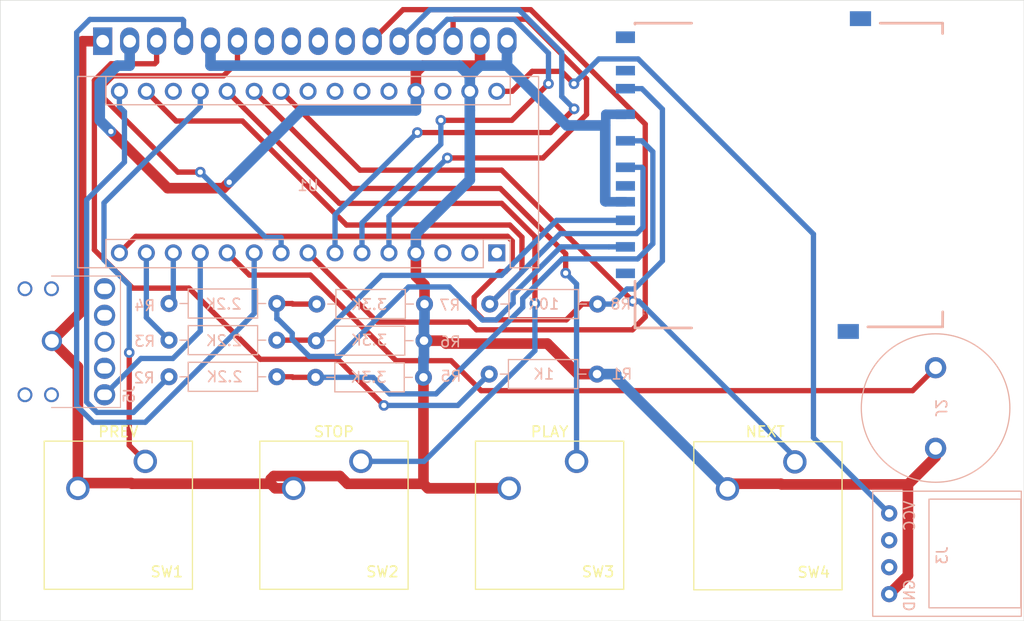
<source format=kicad_pcb>
(kicad_pcb (version 20221018) (generator pcbnew)
  (layers (0 "F.Cu" signal) (31 "B.Cu" signal) (34 "B.Paste" user) (35 "F.Paste" user) (36 "B.SilkS" user "B.Silkscreen") (37 "F.SilkS" user "F.Silkscreen") (38 "B.Mask" user) (39 "F.Mask" user) (44 "Edge.Cuts" user))
  (net 0 "")
  (net 1 "GND")
  (net 2 "+5V")
  (net 3 "CS")
  (net 4 "MOSI")
  (net 5 "MISO")
  (net 6 "SCK")
  (net 7 "+3.3V")
  (net 8 "Net-(U2-VO)")
  (net 16 "D9")
  (net 17 "D8")
  (net 18 "A0")
  (net 19 "A1")
  (net 20 "A2")
  (net 21 "A3")
  (net 22 "D7")
  (net 23 "D6")
  (net 24 "D5")
  (net 25 "D4")
  (net 26 "D3")
  (net 27 "D2")
  (net 34 "Net-(J1-CD{slash}DAT3)")
  (net 35 "Net-(J1-CMD)")
  (net 36 "Net-(J1-CLK)")
  (net 40 "Net-(J3-Pin_1)")
  (footprint "Button_Switch_Keyboard:SW_Cherry_MX_1.00u_PCB" (layer "F.Cu") (at 161.6964 109.2708)
    (fp_text reference "SW4" (at 1.778 10.414) (layer "F.SilkS"))
    (fp_text value "CHERRY MX")
    (fp_line (start -9.525 -1.905) (end 4.445 -1.905) (stroke (width 0.12)) (layer "F.SilkS"))
    (fp_line (start -9.525 12.065) (end -9.525 -1.905) (stroke (width 0.12)) (layer "F.SilkS"))
    (fp_line (start 4.445 -1.905) (end 4.445 12.065) (stroke (width 0.12)) (layer "F.SilkS"))
    (fp_line (start 4.445 12.065) (end -9.525 12.065) (stroke (width 0.12)) (layer "F.SilkS"))
    (pad "" np_thru_hole circle (at -7.62 5.08) (size 1.7 1.7) (drill 1.7) (layers "*.Cu" "*.Mask"))
    (pad "" np_thru_hole circle (at -2.54 5.08) (size 4 4) (drill 4) (layers "*.Cu" "*.Mask"))
    (pad "" np_thru_hole circle (at 2.54 5.08) (size 1.7 1.7) (drill 1.7) (layers "*.Cu" "*.Mask"))
    (pad "1" thru_hole circle (at 0 0) (size 2.2 2.2) (drill 1.5) (layers "*.Cu" "*.Mask") (net 21 "A3"))
    (pad "2" thru_hole circle (at -6.35 2.54) (size 2.2 2.2) (drill 1.5) (layers "*.Cu" "*.Mask") (net 1 "GND"))
  )
  (footprint "Button_Switch_Keyboard:SW_Cherry_MX_1.00u_PCB" (layer "F.Cu") (at 141.1224 109.22)
    (fp_text reference "SW3" (at 2.032 10.414) (layer "F.SilkS"))
    (fp_text value "CHERRY MX")
    (fp_line (start -9.525 -1.905) (end 4.445 -1.905) (stroke (width 0.12)) (layer "F.SilkS"))
    (fp_line (start -9.525 12.065) (end -9.525 -1.905) (stroke (width 0.12)) (layer "F.SilkS"))
    (fp_line (start 4.445 -1.905) (end 4.445 12.065) (stroke (width 0.12)) (layer "F.SilkS"))
    (fp_line (start 4.445 12.065) (end -9.525 12.065) (stroke (width 0.12)) (layer "F.SilkS"))
    (pad "" np_thru_hole circle (at -7.62 5.08) (size 1.7 1.7) (drill 1.7) (layers "*.Cu" "*.Mask"))
    (pad "" np_thru_hole circle (at -2.54 5.08) (size 4 4) (drill 4) (layers "*.Cu" "*.Mask"))
    (pad "" np_thru_hole circle (at 2.54 5.08) (size 1.7 1.7) (drill 1.7) (layers "*.Cu" "*.Mask"))
    (pad "1" thru_hole circle (at 0 0) (size 2.2 2.2) (drill 1.5) (layers "*.Cu" "*.Mask") (net 20 "A2"))
    (pad "2" thru_hole circle (at -6.35 2.54) (size 2.2 2.2) (drill 1.5) (layers "*.Cu" "*.Mask") (net 1 "GND"))
  )
  (footprint "Button_Switch_Keyboard:SW_Cherry_MX_1.00u_PCB" (layer "F.Cu") (at 120.8024 109.22)
    (fp_text reference "SW2" (at 2.032 10.414) (layer "F.SilkS"))
    (fp_text value "CHERRY MX")
    (fp_line (start -9.525 -1.905) (end 4.445 -1.905) (stroke (width 0.12)) (layer "F.SilkS"))
    (fp_line (start -9.525 12.065) (end -9.525 -1.905) (stroke (width 0.12)) (layer "F.SilkS"))
    (fp_line (start 4.445 -1.905) (end 4.445 12.065) (stroke (width 0.12)) (layer "F.SilkS"))
    (fp_line (start 4.445 12.065) (end -9.525 12.065) (stroke (width 0.12)) (layer "F.SilkS"))
    (pad "" np_thru_hole circle (at -7.62 5.08) (size 1.7 1.7) (drill 1.7) (layers "*.Cu" "*.Mask"))
    (pad "" np_thru_hole circle (at -2.54 5.08) (size 4 4) (drill 4) (layers "*.Cu" "*.Mask"))
    (pad "" np_thru_hole circle (at 2.54 5.08) (size 1.7 1.7) (drill 1.7) (layers "*.Cu" "*.Mask"))
    (pad "1" thru_hole circle (at 0 0) (size 2.2 2.2) (drill 1.5) (layers "*.Cu" "*.Mask") (net 19 "A1"))
    (pad "2" thru_hole circle (at -6.35 2.54) (size 2.2 2.2) (drill 1.5) (layers "*.Cu" "*.Mask") (net 1 "GND"))
  )
  (footprint "Button_Switch_Keyboard:SW_Cherry_MX_1.00u_PCB" (layer "F.Cu") (at 100.4824 109.22)
    (fp_text reference "SW1" (at 2.032 10.414) (layer "F.SilkS"))
    (fp_text value "CHERRY MX")
    (fp_line (start -9.525 -1.905) (end 4.445 -1.905) (stroke (width 0.12)) (layer "F.SilkS"))
    (fp_line (start -9.525 12.065) (end -9.525 -1.905) (stroke (width 0.12)) (layer "F.SilkS"))
    (fp_line (start 4.445 -1.905) (end 4.445 12.065) (stroke (width 0.12)) (layer "F.SilkS"))
    (fp_line (start 4.445 12.065) (end -9.525 12.065) (stroke (width 0.12)) (layer "F.SilkS"))
    (pad "" np_thru_hole circle (at -7.62 5.08) (size 1.7 1.7) (drill 1.7) (layers "*.Cu" "*.Mask"))
    (pad "" np_thru_hole circle (at -2.54 5.08) (size 4 4) (drill 4) (layers "*.Cu" "*.Mask"))
    (pad "" np_thru_hole circle (at 2.54 5.08) (size 1.7 1.7) (drill 1.7) (layers "*.Cu" "*.Mask"))
    (pad "1" thru_hole circle (at 0 0) (size 2.2 2.2) (drill 1.5) (layers "*.Cu" "*.Mask") (net 18 "A0"))
    (pad "2" thru_hole circle (at -6.35 2.54) (size 2.2 2.2) (drill 1.5) (layers "*.Cu" "*.Mask") (net 1 "GND"))
  )
  (footprint "TZXDuino:LCD1602" (layer "F.Cu") (at 96.4692 69.596)
    (fp_text reference "U2" hide)
    (fp_text value "LCD 1602")
    (pad "1" thru_hole rect (at 0 0) (size 1.8 2.6) (drill 1.2) (layers "*.Cu" "*.Mask") (net 1 "GND"))
    (pad "2" thru_hole oval (at 2.54 0) (size 1.8 2.6) (drill 1.2) (layers "*.Cu" "*.Mask") (net 2 "+5V"))
    (pad "3" thru_hole oval (at 5.08 0) (size 1.8 2.6) (drill 1.2) (layers "*.Cu" "*.Mask") (net 8 "Net-(U2-VO)"))
    (pad "4" thru_hole oval (at 7.62 0) (size 1.8 2.6) (drill 1.2) (layers "*.Cu" "*.Mask") (net 22 "D7"))
    (pad "5" thru_hole oval (at 10.16 0) (size 1.8 2.6) (drill 1.2) (layers "*.Cu" "*.Mask") (net 1 "GND"))
    (pad "6" thru_hole oval (at 12.7 0) (size 1.8 2.6) (drill 1.2) (layers "*.Cu" "*.Mask") (net 23 "D6"))
    (pad "7" thru_hole oval (at 15.24 0) (size 1.8 2.6) (drill 1.2) (layers "*.Cu" "*.Mask"))
    (pad "8" thru_hole oval (at 17.78 0) (size 1.8 2.6) (drill 1.2) (layers "*.Cu" "*.Mask"))
    (pad "9" thru_hole oval (at 20.32 0) (size 1.8 2.6) (drill 1.2) (layers "*.Cu" "*.Mask"))
    (pad "10" thru_hole oval (at 22.86 0) (size 1.8 2.6) (drill 1.2) (layers "*.Cu" "*.Mask"))
    (pad "11" thru_hole oval (at 25.4 0) (size 1.8 2.6) (drill 1.2) (layers "*.Cu" "*.Mask") (net 24 "D5"))
    (pad "12" thru_hole oval (at 27.94 0) (size 1.8 2.6) (drill 1.2) (layers "*.Cu" "*.Mask") (net 25 "D4"))
    (pad "13" thru_hole oval (at 30.48 0) (size 1.8 2.6) (drill 1.2) (layers "*.Cu" "*.Mask") (net 26 "D3"))
    (pad "14" thru_hole oval (at 33.02 0) (size 1.8 2.6) (drill 1.2) (layers "*.Cu" "*.Mask") (net 27 "D2"))
    (pad "15" thru_hole oval (at 35.56 0) (size 1.8 2.6) (drill 1.2) (layers "*.Cu" "*.Mask") (net 2 "+5V"))
    (pad "16" thru_hole oval (at 38.1 0) (size 1.8 2.6) (drill 1.2) (layers "*.Cu" "*.Mask") (net 1 "GND"))
  )
  (footprint "Module:Arduino_Nano" (layer "B.Cu") (at 133.604 89.5604 90)
    (fp_text reference "U1" (at 6.35 -17.78 -360) (layer "B.SilkS") (effects (justify mirror)))
    (fp_text value "ARDUINO NANO")
    (fp_line (start -1.4 -39.5) (end 16.64 -39.5) (stroke (width 0.12)) (layer "B.SilkS"))
    (fp_line (start -1.4 -1.27) (end -1.4 -39.5) (stroke (width 0.12)) (layer "B.SilkS"))
    (fp_line (start -1.4 3.94) (end -1.4 1.27) (stroke (width 0.12)) (layer "B.SilkS"))
    (fp_line (start 1.27 -36.83) (end -1.4 -36.83) (stroke (width 0.12)) (layer "B.SilkS"))
    (fp_line (start 1.27 -1.27) (end -1.4 -1.27) (stroke (width 0.12)) (layer "B.SilkS"))
    (fp_line (start 1.27 -1.27) (end 1.27 -36.83) (stroke (width 0.12)) (layer "B.SilkS"))
    (fp_line (start 1.27 -1.27) (end 1.27 1.27) (stroke (width 0.12)) (layer "B.SilkS"))
    (fp_line (start 1.27 1.27) (end -1.4 1.27) (stroke (width 0.12)) (layer "B.SilkS"))
    (fp_line (start 13.97 -36.83) (end 16.64 -36.83) (stroke (width 0.12)) (layer "B.SilkS"))
    (fp_line (start 13.97 1.27) (end 13.97 -36.83) (stroke (width 0.12)) (layer "B.SilkS"))
    (fp_line (start 13.97 1.27) (end 16.64 1.27) (stroke (width 0.12)) (layer "B.SilkS"))
    (fp_line (start 16.64 -39.5) (end 16.64 3.94) (stroke (width 0.12)) (layer "B.SilkS"))
    (fp_line (start 16.64 3.94) (end -1.4 3.94) (stroke (width 0.12)) (layer "B.SilkS"))
    (pad "1" thru_hole rect (at 0 0 90) (size 1.6 1.6) (drill 1) (layers "*.Cu" "*.Mask"))
    (pad "2" thru_hole oval (at 0 -2.54 90) (size 1.6 1.6) (drill 1) (layers "*.Cu" "*.Mask"))
    (pad "3" thru_hole oval (at 0 -5.08 90) (size 1.6 1.6) (drill 1) (layers "*.Cu" "*.Mask"))
    (pad "4" thru_hole oval (at 0 -7.62 90) (size 1.6 1.6) (drill 1) (layers "*.Cu" "*.Mask") (net 1 "GND"))
    (pad "5" thru_hole oval (at 0 -10.16 90) (size 1.6 1.6) (drill 1) (layers "*.Cu" "*.Mask") (net 27 "D2"))
    (pad "6" thru_hole oval (at 0 -12.7 90) (size 1.6 1.6) (drill 1) (layers "*.Cu" "*.Mask") (net 26 "D3"))
    (pad "7" thru_hole oval (at 0 -15.24 90) (size 1.6 1.6) (drill 1) (layers "*.Cu" "*.Mask") (net 25 "D4"))
    (pad "8" thru_hole oval (at 0 -17.78 90) (size 1.6 1.6) (drill 1) (layers "*.Cu" "*.Mask") (net 24 "D5"))
    (pad "9" thru_hole oval (at 0 -20.32 90) (size 1.6 1.6) (drill 1) (layers "*.Cu" "*.Mask") (net 23 "D6"))
    (pad "10" thru_hole oval (at 0 -22.86 90) (size 1.6 1.6) (drill 1) (layers "*.Cu" "*.Mask") (net 22 "D7"))
    (pad "11" thru_hole oval (at 0 -25.4 90) (size 1.6 1.6) (drill 1) (layers "*.Cu" "*.Mask") (net 17 "D8"))
    (pad "12" thru_hole oval (at 0 -27.94 90) (size 1.6 1.6) (drill 1) (layers "*.Cu" "*.Mask") (net 16 "D9"))
    (pad "13" thru_hole oval (at 0 -30.48 90) (size 1.6 1.6) (drill 1) (layers "*.Cu" "*.Mask") (net 3 "CS"))
    (pad "14" thru_hole oval (at 0 -33.02 90) (size 1.6 1.6) (drill 1) (layers "*.Cu" "*.Mask") (net 4 "MOSI"))
    (pad "15" thru_hole oval (at 0 -35.56 90) (size 1.6 1.6) (drill 1) (layers "*.Cu" "*.Mask") (net 5 "MISO"))
    (pad "16" thru_hole oval (at 15.24 -35.56 90) (size 1.6 1.6) (drill 1) (layers "*.Cu" "*.Mask") (net 6 "SCK"))
    (pad "17" thru_hole oval (at 15.24 -33.02 90) (size 1.6 1.6) (drill 1) (layers "*.Cu" "*.Mask") (net 7 "+3.3V"))
    (pad "18" thru_hole oval (at 15.24 -30.48 90) (size 1.6 1.6) (drill 1) (layers "*.Cu" "*.Mask"))
    (pad "19" thru_hole oval (at 15.24 -27.94 90) (size 1.6 1.6) (drill 1) (layers "*.Cu" "*.Mask") (net 18 "A0"))
    (pad "20" thru_hole oval (at 15.24 -25.4 90) (size 1.6 1.6) (drill 1) (layers "*.Cu" "*.Mask") (net 19 "A1"))
    (pad "21" thru_hole oval (at 15.24 -22.86 90) (size 1.6 1.6) (drill 1) (layers "*.Cu" "*.Mask") (net 20 "A2"))
    (pad "22" thru_hole oval (at 15.24 -20.32 90) (size 1.6 1.6) (drill 1) (layers "*.Cu" "*.Mask") (net 21 "A3"))
    (pad "23" thru_hole oval (at 15.24 -17.78 90) (size 1.6 1.6) (drill 1) (layers "*.Cu" "*.Mask"))
    (pad "24" thru_hole oval (at 15.24 -15.24 90) (size 1.6 1.6) (drill 1) (layers "*.Cu" "*.Mask"))
    (pad "25" thru_hole oval (at 15.24 -12.7 90) (size 1.6 1.6) (drill 1) (layers "*.Cu" "*.Mask"))
    (pad "26" thru_hole oval (at 15.24 -10.16 90) (size 1.6 1.6) (drill 1) (layers "*.Cu" "*.Mask"))
    (pad "27" thru_hole oval (at 15.24 -7.62 90) (size 1.6 1.6) (drill 1) (layers "*.Cu" "*.Mask") (net 2 "+5V"))
    (pad "28" thru_hole oval (at 15.24 -5.08 90) (size 1.6 1.6) (drill 1) (layers "*.Cu" "*.Mask"))
    (pad "29" thru_hole oval (at 15.24 -2.54 90) (size 1.6 1.6) (drill 1) (layers "*.Cu" "*.Mask") (net 1 "GND"))
    (pad "30" thru_hole oval (at 15.24 0 90) (size 1.6 1.6) (drill 1) (layers "*.Cu" "*.Mask") (net 40 "Net-(J3-Pin_1)"))
  )
  (footprint "Resistor_THT:R_Axial_DIN0207_L6.3mm_D2.5mm_P10.16mm_Horizontal" (layer "B.Cu") (at 102.7176 94.3356)
    (fp_text reference "R4" (at -2.286 0.2032) (layer "B.SilkS") (effects (justify mirror)))
    (fp_text value "2.2K" (at 5.1308 0.0508) (layer "B.SilkS") (effects (justify mirror)))
    (fp_line (start 1.04 0) (end 1.81 0) (stroke (width 0.12)) (layer "B.SilkS"))
    (fp_line (start 1.81 -1.37) (end 8.35 -1.37) (stroke (width 0.12)) (layer "B.SilkS"))
    (fp_line (start 1.81 1.37) (end 1.81 -1.37) (stroke (width 0.12)) (layer "B.SilkS"))
    (fp_line (start 8.35 -1.37) (end 8.35 1.37) (stroke (width 0.12)) (layer "B.SilkS"))
    (fp_line (start 8.35 1.37) (end 1.81 1.37) (stroke (width 0.12)) (layer "B.SilkS"))
    (fp_line (start 9.12 0) (end 8.35 0) (stroke (width 0.12)) (layer "B.SilkS"))
    (pad "1" thru_hole circle (at 0 0) (size 1.6 1.6) (drill 0.8) (layers "*.Cu" "*.Mask") (net 3 "CS"))
    (pad "2" thru_hole oval (at 10.16 0) (size 1.6 1.6) (drill 0.8) (layers "*.Cu" "*.Mask") (net 34 "Net-(J1-CD{slash}DAT3)"))
  )
  (footprint "TZXduino_beta:USB-C Power board" (layer "B.Cu") (at 176.6824 117.9576 -90)
    (fp_text reference "J3" (at 0.1274 1.1072 90 unlocked) (layer "B.SilkS") (effects (justify mirror)))
    (fp_text value "Conn_01x04_Pin")
    (fp_text user "VCC" (at -5.125 3.6 90 unlocked) (layer "B.SilkS") (effects (justify left bottom mirror)))
    (fp_text user "GND" (at 2.275 3.6 90 unlocked) (layer "B.SilkS") (effects (justify left bottom mirror)))
    (fp_rect (start -5.925 7.65) (end 5.875 -6.35) (stroke (width 0.12)) (fill none) (layer "B.SilkS"))
    (fp_rect (start -5.175 -6.3) (end 5.075 2.35) (stroke (width 0.12)) (fill none) (layer "B.SilkS"))
    (pad "1" thru_hole circle (at -3.835 6.1 270) (size 1.524 1.524) (drill 0.8) (layers "*.Cu" "*.Mask") (net 40 "Net-(J3-Pin_1)"))
    (pad "2" thru_hole circle (at -1.295 6.1 270) (size 1.524 1.524) (drill 0.8) (layers "*.Cu" "*.Mask"))
    (pad "3" thru_hole circle (at 1.245 6.1 270) (size 1.524 1.524) (drill 0.8) (layers "*.Cu" "*.Mask"))
    (pad "4" thru_hole circle (at 3.785 6.1 270) (size 1.524 1.524) (drill 0.8) (layers "*.Cu" "*.Mask") (net 1 "GND"))
  )
  (footprint "Resistor_THT:R_Axial_DIN0207_L6.3mm_D2.5mm_P10.16mm_Horizontal" (layer "B.Cu") (at 116.6368 94.3864)
    (fp_text reference "R7" (at 12.5476 0.1016) (layer "B.SilkS") (effects (justify mirror)))
    (fp_text value "3.3K" (at 4.9276 0.0508) (layer "B.SilkS") (effects (justify mirror)))
    (fp_line (start 1.04 0) (end 1.81 0) (stroke (width 0.12)) (layer "B.SilkS"))
    (fp_line (start 1.81 -1.37) (end 8.35 -1.37) (stroke (width 0.12)) (layer "B.SilkS"))
    (fp_line (start 1.81 1.37) (end 1.81 -1.37) (stroke (width 0.12)) (layer "B.SilkS"))
    (fp_line (start 8.35 -1.37) (end 8.35 1.37) (stroke (width 0.12)) (layer "B.SilkS"))
    (fp_line (start 8.35 1.37) (end 1.81 1.37) (stroke (width 0.12)) (layer "B.SilkS"))
    (fp_line (start 9.12 0) (end 8.35 0) (stroke (width 0.12)) (layer "B.SilkS"))
    (pad "1" thru_hole circle (at 0 0) (size 1.6 1.6) (drill 0.8) (layers "*.Cu" "*.Mask") (net 34 "Net-(J1-CD{slash}DAT3)"))
    (pad "2" thru_hole oval (at 10.16 0) (size 1.6 1.6) (drill 0.8) (layers "*.Cu" "*.Mask") (net 1 "GND"))
  )
  (footprint "Resistor_THT:R_Axial_DIN0207_L6.3mm_D2.5mm_P10.16mm_Horizontal" (layer "B.Cu") (at 116.586 97.8408)
    (fp_text reference "R6" (at 12.6492 0.1016) (layer "B.SilkS") (effects (justify mirror)))
    (fp_text value "3.3K" (at 4.9784 -0.0508) (layer "B.SilkS") (effects (justify mirror)))
    (fp_line (start 1.04 0) (end 1.81 0) (stroke (width 0.12)) (layer "B.SilkS"))
    (fp_line (start 1.81 -1.37) (end 8.35 -1.37) (stroke (width 0.12)) (layer "B.SilkS"))
    (fp_line (start 1.81 1.37) (end 1.81 -1.37) (stroke (width 0.12)) (layer "B.SilkS"))
    (fp_line (start 8.35 -1.37) (end 8.35 1.37) (stroke (width 0.12)) (layer "B.SilkS"))
    (fp_line (start 8.35 1.37) (end 1.81 1.37) (stroke (width 0.12)) (layer "B.SilkS"))
    (fp_line (start 9.12 0) (end 8.35 0) (stroke (width 0.12)) (layer "B.SilkS"))
    (pad "1" thru_hole circle (at 0 0) (size 1.6 1.6) (drill 0.8) (layers "*.Cu" "*.Mask") (net 35 "Net-(J1-CMD)"))
    (pad "2" thru_hole oval (at 10.16 0) (size 1.6 1.6) (drill 0.8) (layers "*.Cu" "*.Mask") (net 1 "GND"))
  )
  (footprint "TZXduino_beta:Speaker" (layer "B.Cu") (at 174.9552 104.1908 90)
    (fp_text reference "J2" (at 0 0.5 270 unlocked) (layer "B.SilkS") (effects (justify mirror)))
    (fp_text value "SPEAKER")
    (fp_circle (center 0 0) (end 7 0) (stroke (width 0.12)) (fill none) (layer "B.SilkS"))
    (pad "1" thru_hole circle (at -3.8 0 90) (size 2 2) (drill 1.2) (layers "*.Cu" "*.Mask") (net 1 "GND"))
    (pad "2" thru_hole circle (at 3.8 0 90) (size 2 2) (drill 1.2) (layers "*.Cu" "*.Mask") (net 17 "D8"))
  )
  (footprint "TZXduino_beta:audiojack_5_pin" (layer "B.Cu") (at 89.1446 102.9424)
    (fp_text reference "J5" (at 9.825 -0.05 90 unlocked) (layer "B.SilkS") (effects (justify mirror)))
    (fp_text value "Jack_3.5mm_5pin")
    (fp_line (start 2.5 -11.2) (end 9 -11.2) (stroke (width 0.1)) (layer "B.SilkS"))
    (fp_line (start 2.5 1.2) (end 9 1.2) (stroke (width 0.1)) (layer "B.SilkS"))
    (fp_line (start 9 1.2) (end 9 -11.2) (stroke (width 0.1)) (layer "B.SilkS"))
    (pad "" thru_hole circle (at 0 -10) (size 1.4 1.4) (drill 1) (layers "*.Cu" "*.Mask"))
    (pad "" thru_hole circle (at 0 0) (size 1.4 1.4) (drill 1) (layers "*.Cu" "*.Mask"))
    (pad "" thru_hole circle (at 2.5 -10) (size 1.4 1.4) (drill 1) (layers "*.Cu" "*.Mask"))
    (pad "" thru_hole circle (at 2.5 0) (size 1.4 1.4) (drill 1) (layers "*.Cu" "*.Mask"))
    (pad "" thru_hole circle (at 7.5 -7.5) (size 2 2) (drill oval 1.4 1) (layers "*.Cu" "*.Mask"))
    (pad "" thru_hole circle (at 7.5 -5) (size 1.9 1.9) (drill 1.3) (layers "*.Cu" "*.Mask"))
    (pad "" thru_hole circle (at 7.5 -2.5) (size 2 2) (drill oval 1.4 1) (layers "*.Cu" "*.Mask"))
    (pad "1" thru_hole circle (at 7.5 0) (size 2 2) (drill oval 1.4 1) (layers "*.Cu" "*.Mask") (net 16 "D9"))
    (pad "2" thru_hole circle (at 2.54 -5.08) (size 1.9 1.9) (drill 1.3) (layers "*.Cu" "*.Mask") (net 1 "GND"))
    (pad "3" thru_hole circle (at 7.5 -10) (size 2 2) (drill oval 1.4 1) (layers "*.Cu" "*.Mask"))
  )
  (footprint "TZXduino_beta:SDCARD_4UCONN" (layer "B.Cu") (at 146.7276 82.2208)
    (fp_text reference "J1" (at 0.54 12.94) (layer "B.SilkS") (effects (font (size 0.376489 0.376489) (thickness 0.029911)) (justify right mirror)))
    (fp_text value "SD_Card")
    (fp_line (start -0.095 -14.327) (end 5.239 -14.327) (stroke (width 0.254)) (layer "B.SilkS"))
    (fp_line (start -0.095 -14.238) (end -0.095 -14.327) (stroke (width 0.254)) (layer "B.SilkS"))
    (fp_line (start -0.095 10.019) (end -0.095 14.418) (stroke (width 0.254)) (layer "B.SilkS"))
    (fp_line (start -0.095 14.418) (end 5.239 14.418) (stroke (width 0.254)) (layer "B.SilkS"))
    (fp_line (start 21.849 14.318) (end 28.888 14.318) (stroke (width 0.254)) (layer "B.SilkS"))
    (fp_line (start 23.011 -14.327) (end 28.888 -14.327) (stroke (width 0.254)) (layer "B.SilkS"))
    (fp_line (start 28.888 -14.327) (end 28.888 -13.349) (stroke (width 0.254)) (layer "B.SilkS"))
    (fp_line (start 28.888 14.318) (end 28.9 12.9) (stroke (width 0.254)) (layer "B.SilkS"))
    (pad "" np_thru_hole circle (at 23.3 -12.32) (size 1.55 1.55) (drill 1.55) (layers "*.Cu" "*.Mask"))
    (pad "" np_thru_hole circle (at 23.3 11.94) (size 1.55 1.55) (drill 1.55) (layers "*.Cu" "*.Mask"))
    (pad "1" smd rect (at -1 6.77) (size 1.8 0.9) (layers "B.Cu" "B.Paste" "B.Mask") (net 34 "Net-(J1-CD{slash}DAT3)"))
    (pad "2" smd rect (at -1 4.27) (size 1.8 0.9) (layers "B.Cu" "B.Paste" "B.Mask") (net 35 "Net-(J1-CMD)"))
    (pad "3" smd rect (at -1 2.52) (size 1.8 0.9) (layers "B.Cu" "B.Paste" "B.Mask") (net 1 "GND"))
    (pad "4" smd rect (at -1 -0.73) (size 1.8 0.9) (layers "B.Cu" "B.Paste" "B.Mask") (net 7 "+3.3V"))
    (pad "5" smd rect (at -1 -3.23) (size 1.8 0.9) (layers "B.Cu" "B.Paste" "B.Mask") (net 36 "Net-(J1-CLK)"))
    (pad "6" smd rect (at -1 -5.73) (size 1.8 0.9) (layers "B.Cu" "B.Paste" "B.Mask") (net 1 "GND"))
    (pad "7" smd rect (at -1 -8.15) (size 1.8 0.9) (layers "B.Cu" "B.Paste" "B.Mask") (net 5 "MISO"))
    (pad "8" smd rect (at -1 -9.85) (size 1.8 0.9) (layers "B.Cu" "B.Paste" "B.Mask"))
    (pad "9" smd rect (at -1 9.27) (size 1.8 0.9) (layers "B.Cu" "B.Paste" "B.Mask"))
    (pad "CD" smd rect (at -1 1.02) (size 1.8 0.9) (layers "B.Cu" "B.Paste" "B.Mask"))
    (pad "SH@1" smd rect (at 20 14.75) (size 2 1.4) (layers "B.Cu" "B.Paste" "B.Mask"))
    (pad "SH@2" smd rect (at 21.15 -14.75) (size 2 1.4) (layers "B.Cu" "B.Paste" "B.Mask"))
    (pad "WP" smd rect (at -1 -13) (size 1.8 1.1) (layers "B.Cu" "B.Paste" "B.Mask"))
  )
  (footprint "Resistor_THT:R_Axial_DIN0207_L6.3mm_D2.5mm_P10.16mm_Horizontal" (layer "B.Cu") (at 132.9436 94.3864)
    (fp_text reference "R8" (at 12.3444 0 -360) (layer "B.SilkS") (effects (justify mirror)))
    (fp_text value "10K" (at 5.08 0) (layer "B.SilkS") (effects (justify mirror)))
    (fp_line (start 1.04 0) (end 1.81 0) (stroke (width 0.12)) (layer "B.SilkS"))
    (fp_line (start 1.81 -1.37) (end 8.35 -1.37) (stroke (width 0.12)) (layer "B.SilkS"))
    (fp_line (start 1.81 1.37) (end 1.81 -1.37) (stroke (width 0.12)) (layer "B.SilkS"))
    (fp_line (start 8.35 -1.37) (end 8.35 1.37) (stroke (width 0.12)) (layer "B.SilkS"))
    (fp_line (start 8.35 1.37) (end 1.81 1.37) (stroke (width 0.12)) (layer "B.SilkS"))
    (fp_line (start 9.12 0) (end 8.35 0) (stroke (width 0.12)) (layer "B.SilkS"))
    (pad "1" thru_hole circle (at 0 0) (size 1.6 1.6) (drill 0.8) (layers "*.Cu" "*.Mask") (net 7 "+3.3V"))
    (pad "2" thru_hole oval (at 10.16 0) (size 1.6 1.6) (drill 0.8) (layers "*.Cu" "*.Mask") (net 5 "MISO"))
  )
  (footprint "Resistor_THT:R_Axial_DIN0207_L6.3mm_D2.5mm_P10.16mm_Horizontal" (layer "B.Cu") (at 102.7176 101.2444)
    (fp_text reference "R2" (at -2.3368 0.1016) (layer "B.SilkS") (effects (justify mirror)))
    (fp_text value "2.2K" (at 5.2324 0) (layer "B.SilkS") (effects (justify mirror)))
    (fp_line (start 1.04 0) (end 1.81 0) (stroke (width 0.12)) (layer "B.SilkS"))
    (fp_line (start 1.81 -1.37) (end 8.35 -1.37) (stroke (width 0.12)) (layer "B.SilkS"))
    (fp_line (start 1.81 1.37) (end 1.81 -1.37) (stroke (width 0.12)) (layer "B.SilkS"))
    (fp_line (start 8.35 -1.37) (end 8.35 1.37) (stroke (width 0.12)) (layer "B.SilkS"))
    (fp_line (start 8.35 1.37) (end 1.81 1.37) (stroke (width 0.12)) (layer "B.SilkS"))
    (fp_line (start 9.12 0) (end 8.35 0) (stroke (width 0.12)) (layer "B.SilkS"))
    (pad "1" thru_hole circle (at 0 0) (size 1.6 1.6) (drill 0.8) (layers "*.Cu" "*.Mask") (net 6 "SCK"))
    (pad "2" thru_hole oval (at 10.16 0) (size 1.6 1.6) (drill 0.8) (layers "*.Cu" "*.Mask") (net 36 "Net-(J1-CLK)"))
  )
  (footprint "Resistor_THT:R_Axial_DIN0207_L6.3mm_D2.5mm_P10.16mm_Horizontal" (layer "B.Cu") (at 116.5352 101.2952)
    (fp_text reference "R5" (at 12.7508 -0.1016 -360) (layer "B.SilkS") (effects (justify mirror)))
    (fp_text value "3.3K" (at 4.9784 0) (layer "B.SilkS") (effects (justify mirror)))
    (fp_line (start 1.04 0) (end 1.81 0) (stroke (width 0.12)) (layer "B.SilkS"))
    (fp_line (start 1.81 -1.37) (end 8.35 -1.37) (stroke (width 0.12)) (layer "B.SilkS"))
    (fp_line (start 1.81 1.37) (end 1.81 -1.37) (stroke (width 0.12)) (layer "B.SilkS"))
    (fp_line (start 8.35 -1.37) (end 8.35 1.37) (stroke (width 0.12)) (layer "B.SilkS"))
    (fp_line (start 8.35 1.37) (end 1.81 1.37) (stroke (width 0.12)) (layer "B.SilkS"))
    (fp_line (start 9.12 0) (end 8.35 0) (stroke (width 0.12)) (layer "B.SilkS"))
    (pad "1" thru_hole circle (at 0 0) (size 1.6 1.6) (drill 0.8) (layers "*.Cu" "*.Mask") (net 36 "Net-(J1-CLK)"))
    (pad "2" thru_hole oval (at 10.16 0) (size 1.6 1.6) (drill 0.8) (layers "*.Cu" "*.Mask") (net 1 "GND"))
  )
  (footprint "Resistor_THT:R_Axial_DIN0207_L6.3mm_D2.5mm_P10.16mm_Horizontal" (layer "B.Cu") (at 102.7176 97.79)
    (fp_text reference "R3" (at -2.286 0.1016) (layer "B.SilkS") (effects (justify mirror)))
    (fp_text value "2.2K" (at 5.1816 0.0508) (layer "B.SilkS") (effects (justify mirror)))
    (fp_line (start 1.04 0) (end 1.81 0) (stroke (width 0.12)) (layer "B.SilkS"))
    (fp_line (start 1.81 -1.37) (end 8.35 -1.37) (stroke (width 0.12)) (layer "B.SilkS"))
    (fp_line (start 1.81 1.37) (end 1.81 -1.37) (stroke (width 0.12)) (layer "B.SilkS"))
    (fp_line (start 8.35 -1.37) (end 8.35 1.37) (stroke (width 0.12)) (layer "B.SilkS"))
    (fp_line (start 8.35 1.37) (end 1.81 1.37) (stroke (width 0.12)) (layer "B.SilkS"))
    (fp_line (start 9.12 0) (end 8.35 0) (stroke (width 0.12)) (layer "B.SilkS"))
    (pad "1" thru_hole circle (at 0 0) (size 1.6 1.6) (drill 0.8) (layers "*.Cu" "*.Mask") (net 4 "MOSI"))
    (pad "2" thru_hole oval (at 10.16 0) (size 1.6 1.6) (drill 0.8) (layers "*.Cu" "*.Mask") (net 35 "Net-(J1-CMD)"))
  )
  (footprint "Resistor_THT:R_Axial_DIN0207_L6.3mm_D2.5mm_P10.16mm_Horizontal" (layer "B.Cu") (at 132.8928 100.9904)
    (fp_text reference "R1" (at 12.4968 0) (layer "B.SilkS") (effects (justify mirror)))
    (fp_text value "1K" (at 5.1308 0) (layer "B.SilkS") (effects (justify mirror)))
    (fp_line (start 1.04 0) (end 1.81 0) (stroke (width 0.12)) (layer "B.SilkS"))
    (fp_line (start 1.81 -1.37) (end 8.35 -1.37) (stroke (width 0.12)) (layer "B.SilkS"))
    (fp_line (start 1.81 1.37) (end 1.81 -1.37) (stroke (width 0.12)) (layer "B.SilkS"))
    (fp_line (start 8.35 -1.37) (end 8.35 1.37) (stroke (width 0.12)) (layer "B.SilkS"))
    (fp_line (start 8.35 1.37) (end 1.81 1.37) (stroke (width 0.12)) (layer "B.SilkS"))
    (fp_line (start 9.12 0) (end 8.35 0) (stroke (width 0.12)) (layer "B.SilkS"))
    (pad "1" thru_hole circle (at 0 0) (size 1.6 1.6) (drill 0.8) (layers "*.Cu" "*.Mask") (net 8 "Net-(U2-VO)"))
    (pad "2" thru_hole oval (at 10.16 0) (size 1.6 1.6) (drill 0.8) (layers "*.Cu" "*.Mask") (net 1 "GND"))
  )
  (gr_rect (start 86.8172 65.7352) (end 183.2864 124.2568) (stroke (width 0.05)) (fill none) (layer "Edge.Cuts"))
  (gr_text "PREV" (at 97.9424 106.426) (layer "F.SilkS") (effects (font (size 1 1))))
  (gr_text "STOP" (at 118.2624 106.426) (layer "F.SilkS") (effects (font (size 1 1))))
  (gr_text "PLAY" (at 138.5824 106.426) (layer "F.SilkS") (effects (font (size 1 1))))
  (gr_text "NEXT" (at 158.9024 106.426) (layer "F.SilkS") (effects (font (size 1 1))))
  (segment (start 94.1324 100.3102) (end 94.1324 111.2692) (width 1) (layer "F.Cu") (net 1))
  (segment (start 160.4473 111.3963) (end 172.3494 111.3963) (width 1) (layer "F.Cu") (net 1))
  (segment (start 172.3494 119.9756) (end 170.5824 121.7426) (width 1) (layer "F.Cu") (net 1))
  (segment (start 94.1324 111.2692) (end 99.157 111.2692) (width 1) (layer "F.Cu") (net 1))
  (segment (start 99.2183 111.3305) (end 112.3031 111.3305) (width 1) (layer "F.Cu") (net 1))
  (segment (start 128.5479 97.8408) (end 128.8216 98.1145) (width 1) (layer "F.Cu") (net 1))
  (segment (start 128.8216 98.1145) (end 138.375 98.1145) (width 1) (layer "F.Cu") (net 1))
  (segment (start 94.4328 69.7305) (end 94.4328 95.1142) (width 1) (layer "F.Cu") (net 1))
  (segment (start 112.592 110.6042) (end 118.812 110.6042) (width 1) (layer "F.Cu") (net 1))
  (segment (start 174.9552 108.7905) (end 174.9552 107.9908) (width 1) (layer "F.Cu") (net 1))
  (segment (start 160.383 111.332) (end 160.4473 111.3963) (width 1) (layer "F.Cu") (net 1))
  (segment (start 155.3464 111.8108) (end 155.8252 111.332) (width 1) (layer "F.Cu") (net 1))
  (segment (start 172.3494 111.3963) (end 174.9552 108.7905) (width 1) (layer "F.Cu") (net 1))
  (segment (start 126.6952 111.3371) (end 127.1181 111.76) (width 1) (layer "F.Cu") (net 1))
  (segment (start 96.4692 69.596) (end 94.5673 69.596) (width 1) (layer "F.Cu") (net 1))
  (segment (start 94.4328 95.1142) (end 91.6846 97.8624) (width 1) (layer "F.Cu") (net 1))
  (segment (start 172.3494 111.3963) (end 172.3494 119.9756) (width 1) (layer "F.Cu") (net 1))
  (segment (start 94.1324 111.2692) (end 94.1324 111.76) (width 1) (layer "F.Cu") (net 1))
  (segment (start 91.6846 97.8624) (end 94.1324 100.3102) (width 1) (layer "F.Cu") (net 1))
  (segment (start 112.3031 111.3305) (end 112.3031 110.8931) (width 1) (layer "F.Cu") (net 1))
  (segment (start 155.8252 111.332) (end 160.383 111.332) (width 1) (layer "F.Cu") (net 1))
  (segment (start 138.375 98.1145) (end 141.2509 100.9904) (width 1) (layer "F.Cu") (net 1))
  (segment (start 112.7326 111.76) (end 112.3031 111.3305) (width 1) (layer "F.Cu") (net 1))
  (segment (start 127.1181 111.76) (end 134.7724 111.76) (width 1) (layer "F.Cu") (net 1))
  (segment (start 114.4524 111.76) (end 112.7326 111.76) (width 1) (layer "F.Cu") (net 1))
  (segment (start 94.5673 69.596) (end 94.4328 69.7305) (width 1) (layer "F.Cu") (net 1))
  (segment (start 143.0528 100.9904) (end 141.2509 100.9904) (width 1) (layer "F.Cu") (net 1))
  (segment (start 99.157 111.2692) (end 99.2183 111.3305) (width 1) (layer "F.Cu") (net 1))
  (segment (start 125.984 91.7717) (end 125.984 89.5604) (width 1) (layer "F.Cu") (net 1))
  (segment (start 112.3031 110.8931) (end 112.592 110.6042) (width 1) (layer "F.Cu") (net 1))
  (segment (start 118.812 110.6042) (end 119.5449 111.3371) (width 1) (layer "F.Cu") (net 1))
  (segment (start 126.746 97.8408) (end 128.5479 97.8408) (width 1) (layer "F.Cu") (net 1))
  (segment (start 126.7968 92.5845) (end 125.984 91.7717) (width 1) (layer "F.Cu") (net 1))
  (segment (start 126.7968 94.3864) (end 126.7968 92.5845) (width 1) (layer "F.Cu") (net 1))
  (segment (start 126.6952 101.2952) (end 126.6952 111.3371) (width 1) (layer "F.Cu") (net 1))
  (segment (start 119.5449 111.3371) (end 126.6952 111.3371) (width 1) (layer "F.Cu") (net 1))
  (segment (start 134.5692 71.8979) (end 140.2117 77.5404) (width 1) (layer "B.Cu") (net 1))
  (segment (start 145.7276 84.7408) (end 143.8758 84.7408) (width 0.8998) (layer "B.Cu") (net 1))
  (segment (start 131.064 74.3204) (end 131.064 76.1223) (width 1) (layer "B.Cu") (net 1))
  (segment (start 134.5692 71.8979) (end 132.0413 71.8979) (width 1) (layer "B.Cu") (net 1))
  (segment (start 132.0413 71.8979) (end 131.064 72.8752) (width 1) (layer "B.Cu") (net 1))
  (segment (start 130.0867 71.8979) (end 106.6292 71.8979) (width 1) (layer "B.Cu") (net 1))
  (segment (start 143.8255 77.5404) (end 143.8758 77.4901) (width 0.8998) (layer "B.Cu") (net 1))
  (segment (start 126.7968 95.9881) (end 126.7968 94.3864) (width 1) (layer "B.Cu") (net 1))
  (segment (start 106.6292 69.8527) (end 106.6292 71.8979) (width 1) (layer "B.Cu") (net 1))
  (segment (start 125.984 87.7585) (end 131.064 82.6785) (width 1) (layer "B.Cu") (net 1))
  (segment (start 131.064 74.3204) (end 131.064 72.8944) (width 1) (layer "B.Cu") (net 1))
  (segment (start 144.8547 101.3191) (end 155.3464 111.8108) (width 1) (layer "B.Cu") (net 1))
  (segment (start 134.5692 71.2537) (end 134.5692 71.8979) (width 1) (layer "B.Cu") (net 1))
  (segment (start 143.8255 77.5404) (end 143.8255 84.6912) (width 1) (layer "B.Cu") (net 1))
  (segment (start 131.064 82.6785) (end 131.064 76.1223) (width 1) (layer "B.Cu") (net 1))
  (segment (start 126.746 97.8408) (end 126.746 96.0389) (width 1) (layer "B.Cu") (net 1))
  (segment (start 125.984 89.5604) (end 125.984 87.7585) (width 1) (layer "B.Cu") (net 1))
  (segment (start 140.2117 77.5404) (end 143.8255 77.5404) (width 1) (layer "B.Cu") (net 1))
  (segment (start 145.7276 76.4908) (end 143.8758 76.4908) (width 0.8998) (layer "B.Cu") (net 1))
  (segment (start 143.0528 100.9904) (end 144.8547 100.9904) (width 1) (layer "B.Cu") (net 1))
  (segment (start 144.8547 100.9904) (end 144.8547 101.3191) (width 1) (layer "B.Cu") (net 1))
  (segment (start 143.8262 84.6912) (end 143.8758 84.7408) (width 0.8998) (layer "B.Cu") (net 1))
  (segment (start 126.746 96.0389) (end 126.7968 95.9881) (width 1) (layer "B.Cu") (net 1))
  (segment (start 106.6292 69.8527) (end 106.6292 69.596) (width 1) (layer "B.Cu") (net 1))
  (segment (start 134.5692 69.596) (end 134.5692 71.2537) (width 1) (layer "B.Cu") (net 1))
  (segment (start 126.746 99.4425) (end 126.746 97.8408) (width 1) (layer "B.Cu") (net 1))
  (segment (start 131.064 72.8752) (end 130.0867 71.8979) (width 1) (layer "B.Cu") (net 1))
  (segment (start 143.8255 84.6912) (end 143.8262 84.6912) (width 0.8998) (layer "B.Cu") (net 1))
  (segment (start 143.8758 77.4901) (end 143.8758 76.4908) (width 0.8998) (layer "B.Cu") (net 1))
  (segment (start 126.6952 99.4933) (end 126.746 99.4425) (width 1) (layer "B.Cu") (net 1))
  (segment (start 126.6952 101.2952) (end 126.6952 99.4933) (width 1) (layer "B.Cu") (net 1))
  (segment (start 131.064 72.8944) (end 131.064 72.8752) (width 1) (layer "B.Cu") (net 1))
  (segment (start 108.3903 82.8962) (end 107.8307 83.4558) (width 1) (layer "F.Cu") (net 2))
  (segment (start 132.0292 71.8979) (end 126.6046 71.8979) (width 1) (layer "F.Cu") (net 2))
  (segment (start 126.6046 71.8979) (end 125.984 72.5185) (width 1) (layer "F.Cu") (net 2))
  (segment (start 102.591 83.4558) (end 97.2416 78.1064) (width 1) (layer "F.Cu") (net 2))
  (segment (start 107.8307 83.4558) (end 102.591 83.4558) (width 1) (layer "F.Cu") (net 2))
  (segment (start 125.984 74.3204) (end 125.984 72.5185) (width 1) (layer "F.Cu") (net 2))
  (segment (start 132.0292 69.596) (end 132.0292 71.8979) (width 1) (layer "F.Cu") (net 2))
  (via (at 97.2416 78.1064) (size 1) (drill 0.5) (layers "F.Cu" "B.Cu") (net 2))
  (via (at 108.3903 82.8962) (size 1) (drill 0.5) (layers "F.Cu" "B.Cu") (net 2))
  (segment (start 97.8495 71.8979) (end 99.0092 71.8979) (width 1) (layer "B.Cu") (net 2))
  (segment (start 125.984 74.3204) (end 125.984 76.1223) (width 1) (layer "B.Cu") (net 2))
  (segment (start 96.1903 77.0551) (end 96.1903 73.5571) (width 1) (layer "B.Cu") (net 2))
  (segment (start 115.1642 76.1223) (end 108.3903 82.8962) (width 1) (layer "B.Cu") (net 2))
  (segment (start 96.1903 73.5571) (end 97.8495 71.8979) (width 1) (layer "B.Cu") (net 2))
  (segment (start 99.0092 69.596) (end 99.0092 71.8979) (width 1) (layer "B.Cu") (net 2))
  (segment (start 97.2416 78.1064) (end 96.1903 77.0551) (width 1) (layer "B.Cu") (net 2))
  (segment (start 125.984 76.1223) (end 115.1642 76.1223) (width 1) (layer "B.Cu") (net 2))
  (segment (start 102.7176 94.3356) (end 103.124 93.9292) (width 0.5) (layer "B.Cu") (net 3))
  (segment (start 103.124 93.9292) (end 103.124 89.5604) (width 0.5) (layer "B.Cu") (net 3))
  (segment (start 100.584 95.6564) (end 100.584 89.5604) (width 0.5) (layer "B.Cu") (net 4))
  (segment (start 102.7176 97.79) (end 100.584 95.6564) (width 0.5) (layer "B.Cu") (net 4))
  (segment (start 141.6517 94.3864) (end 140.1638 95.8743) (width 0.5) (layer "F.Cu") (net 5))
  (segment (start 135.0669 90.6756) (end 135.0669 88.4444) (width 0.5) (layer "F.Cu") (net 5))
  (segment (start 132.3293 95.8743) (end 131.4723 95.0173) (width 0.5) (layer "F.Cu") (net 5))
  (segment (start 131.4723 93.7466) (end 133.894 91.3249) (width 0.5) (layer "F.Cu") (net 5))
  (segment (start 99.6088 87.9956) (end 98.044 89.5604) (width 0.5) (layer "F.Cu") (net 5))
  (segment (start 140.1638 95.8743) (end 132.3293 95.8743) (width 0.5) (layer "F.Cu") (net 5))
  (segment (start 131.4723 95.0173) (end 131.4723 93.7466) (width 0.5) (layer "F.Cu") (net 5))
  (segment (start 134.4176 91.3249) (end 135.0669 90.6756) (width 0.5) (layer "F.Cu") (net 5))
  (segment (start 135.0669 88.4444) (end 134.6181 87.9956) (width 0.5) (layer "F.Cu") (net 5))
  (segment (start 143.1036 94.3864) (end 141.6517 94.3864) (width 0.5) (layer "F.Cu") (net 5))
  (segment (start 133.894 91.3249) (end 134.4176 91.3249) (width 0.5) (layer "F.Cu") (net 5))
  (segment (start 134.6181 87.9956) (end 99.6088 87.9956) (width 0.5) (layer "F.Cu") (net 5))
  (segment (start 149.2139 90.3128) (end 146.5613 92.9654) (width 0.5) (layer "B.Cu") (net 5))
  (segment (start 143.1036 94.3864) (end 144.5555 94.3864) (width 0.5) (layer "B.Cu") (net 5))
  (segment (start 144.5555 94.2905) (end 144.5555 94.3864) (width 0.5) (layer "B.Cu") (net 5))
  (segment (start 145.7276 74.0708) (end 147.2795 74.0708) (width 0.5) (layer "B.Cu") (net 5))
  (segment (start 149.2139 76.0052) (end 149.2139 90.3128) (width 0.5) (layer "B.Cu") (net 5))
  (segment (start 145.8806 92.9654) (end 144.5555 94.2905) (width 0.5) (layer "B.Cu") (net 5))
  (segment (start 146.5613 92.9654) (end 145.8806 92.9654) (width 0.5) (layer "B.Cu") (net 5))
  (segment (start 147.2795 74.0708) (end 149.2139 76.0052) (width 0.5) (layer "B.Cu") (net 5))
  (segment (start 98.5207 76.249) (end 98.044 75.7723) (width 0.5) (layer "B.Cu") (net 6))
  (segment (start 102.7176 101.2444) (end 99.3569 104.6051) (width 0.5) (layer "B.Cu") (net 6))
  (segment (start 98.044 74.3204) (end 98.044 75.7723) (width 0.5) (layer "B.Cu") (net 6))
  (segment (start 99.3569 104.6051) (end 95.9338 104.6051) (width 0.5) (layer "B.Cu") (net 6))
  (segment (start 95.9338 104.6051) (end 94.9577 103.629) (width 0.5) (layer "B.Cu") (net 6))
  (segment (start 94.9577 84.5596) (end 98.5207 80.9966) (width 0.5) (layer "B.Cu") (net 6))
  (segment (start 98.5207 80.9966) (end 98.5207 76.249) (width 0.5) (layer "B.Cu") (net 6))
  (segment (start 94.9577 103.629) (end 94.9577 84.5596) (width 0.5) (layer "B.Cu") (net 6))
  (segment (start 135.9797 91.3503) (end 135.9797 88.0816) (width 0.5) (layer "F.Cu") (net 7))
  (segment (start 109.6352 77.1217) (end 103.3853 77.1217) (width 0.5) (layer "F.Cu") (net 7))
  (segment (start 134.8301 86.932) (end 119.4455 86.932) (width 0.5) (layer "F.Cu") (net 7))
  (segment (start 103.3853 77.1217) (end 100.584 74.3204) (width 0.5) (layer "F.Cu") (net 7))
  (segment (start 119.4455 86.932) (end 109.6352 77.1217) (width 0.5) (layer "F.Cu") (net 7))
  (segment (start 132.9436 94.3864) (end 135.9797 91.3503) (width 0.5) (layer "F.Cu") (net 7))
  (segment (start 135.9797 88.0816) (end 134.8301 86.932) (width 0.5) (layer "F.Cu") (net 7))
  (segment (start 139.5892 87.7408) (end 146.7811 87.7408) (width 0.5) (layer "B.Cu") (net 7))
  (segment (start 147.3795 81.5908) (end 147.2795 81.4908) (width 0.5) (layer "B.Cu") (net 7))
  (segment (start 146.7811 87.7408) (end 147.3795 87.1424) (width 0.5) (layer "B.Cu") (net 7))
  (segment (start 132.9436 94.3864) (end 139.5892 87.7408) (width 0.5) (layer "B.Cu") (net 7))
  (segment (start 145.7276 81.4908) (end 147.2795 81.4908) (width 0.5) (layer "B.Cu") (net 7))
  (segment (start 147.3795 87.1424) (end 147.3795 81.5908) (width 0.5) (layer "B.Cu") (net 7))
  (segment (start 101.5492 69.596) (end 101.5492 71.5479) (width 0.5) (layer "F.Cu") (net 8))
  (segment (start 99.2958 92.8837) (end 104.6065 92.8837) (width 0.5) (layer "F.Cu") (net 8))
  (segment (start 95.6863 89.2742) (end 99.2958 92.8837) (width 0.5) (layer "F.Cu") (net 8))
  (segment (start 118.6183 99.5934) (end 122.9689 103.944) (width 0.5) (layer "F.Cu") (net 8))
  (segment (start 111.3162 99.5934) (end 118.6183 99.5934) (width 0.5) (layer "F.Cu") (net 8))
  (segment (start 101.5492 71.5479) (end 101.3724 71.7247) (width 0.5) (layer "F.Cu") (net 8))
  (segment (start 101.3724 71.7247) (end 97.2526 71.7247) (width 0.5) (layer "F.Cu") (net 8))
  (segment (start 104.6065 92.8837) (end 111.3162 99.5934) (width 0.5) (layer "F.Cu") (net 8))
  (segment (start 97.2526 71.7247) (end 95.6863 73.291) (width 0.5) (layer "F.Cu") (net 8))
  (segment (start 95.6863 73.291) (end 95.6863 89.2742) (width 0.5) (layer "F.Cu") (net 8))
  (via (at 122.9689 103.944) (size 1) (drill 0.5) (layers "F.Cu" "B.Cu") (net 8))
  (segment (start 129.9392 103.944) (end 122.9689 103.944) (width 0.5) (layer "B.Cu") (net 8))
  (segment (start 132.8928 100.9904) (end 129.9392 103.944) (width 0.5) (layer "B.Cu") (net 8))
  (segment (start 103.0818 99.5172) (end 100.0698 99.5172) (width 0.5) (layer "B.Cu") (net 16))
  (segment (start 105.664 96.935) (end 103.0818 99.5172) (width 0.5) (layer "B.Cu") (net 16))
  (segment (start 100.0698 99.5172) (end 96.6446 102.9424) (width 0.5) (layer "B.Cu") (net 16))
  (segment (start 105.664 89.5604) (end 105.664 96.935) (width 0.5) (layer "B.Cu") (net 16))
  (segment (start 124.1156 99.728) (end 129.3036 99.728) (width 0.5) (layer "F.Cu") (net 17))
  (segment (start 108.204 89.5604) (end 110.2986 91.655) (width 0.5) (layer "F.Cu") (net 17))
  (segment (start 132.1297 102.5541) (end 172.7919 102.5541) (width 0.5) (layer "F.Cu") (net 17))
  (segment (start 110.2986 91.655) (end 116.0426 91.655) (width 0.5) (layer "F.Cu") (net 17))
  (segment (start 129.3036 99.728) (end 132.1297 102.5541) (width 0.5) (layer "F.Cu") (net 17))
  (segment (start 116.0426 91.655) (end 124.1156 99.728) (width 0.5) (layer "F.Cu") (net 17))
  (segment (start 172.7919 102.5541) (end 174.9552 100.3908) (width 0.5) (layer "F.Cu") (net 17))
  (segment (start 98.9706 98.9591) (end 98.9706 107.7082) (width 0.5) (layer "F.Cu") (net 18))
  (segment (start 98.9706 107.7082) (end 100.4824 109.22) (width 0.5) (layer "F.Cu") (net 18))
  (via (at 98.9706 98.9591) (size 1) (drill 0.5) (layers "F.Cu" "B.Cu") (net 18))
  (segment (start 105.664 74.3204) (end 105.664 75.7723) (width 0.5) (layer "B.Cu") (net 18))
  (segment (start 98.9706 98.9591) (end 98.9706 92.5998) (width 0.5) (layer "B.Cu") (net 18))
  (segment (start 96.5921 90.2213) (end 96.5921 84.8442) (width 0.5) (layer "B.Cu") (net 18))
  (segment (start 98.9706 92.5998) (end 96.5921 90.2213) (width 0.5) (layer "B.Cu") (net 18))
  (segment (start 96.5921 84.8442) (end 105.664 75.7723) (width 0.5) (layer "B.Cu") (net 18))
  (segment (start 108.204 74.3204) (end 118.7719 84.8883) (width 0.5) (layer "F.Cu") (net 19))
  (segment (start 118.7719 84.8883) (end 134.0619 84.8883) (width 0.5) (layer "F.Cu") (net 19))
  (segment (start 137.2004 88.0268) (end 137.2004 94.3326) (width 0.5) (layer "F.Cu") (net 19))
  (segment (start 134.0619 84.8883) (end 137.2004 88.0268) (width 0.5) (layer "F.Cu") (net 19))
  (via (at 137.2004 94.3326) (size 1) (drill 0.5) (layers "F.Cu" "B.Cu") (net 19))
  (segment (start 137.2004 94.3326) (end 137.2004 98.7768) (width 0.5) (layer "B.Cu") (net 19))
  (segment (start 126.7572 109.22) (end 120.8024 109.22) (width 0.5) (layer "B.Cu") (net 19))
  (segment (start 137.2004 98.7768) (end 126.7572 109.22) (width 0.5) (layer "B.Cu") (net 19))
  (segment (start 140.0965 91.4647) (end 140.0965 89.645) (width 0.5) (layer "F.Cu") (net 20))
  (segment (start 133.9316 83.4801) (end 119.9037 83.4801) (width 0.5) (layer "F.Cu") (net 20))
  (segment (start 119.9037 83.4801) (end 110.744 74.3204) (width 0.5) (layer "F.Cu") (net 20))
  (segment (start 140.0965 89.645) (end 133.9316 83.4801) (width 0.5) (layer "F.Cu") (net 20))
  (via (at 140.0965 91.4647) (size 1) (drill 0.5) (layers "F.Cu" "B.Cu") (net 20))
  (segment (start 141.1224 92.4906) (end 140.0965 91.4647) (width 0.5) (layer "B.Cu") (net 20))
  (segment (start 141.1224 109.22) (end 141.1224 92.4906) (width 0.5) (layer "B.Cu") (net 20))
  (segment (start 134.0652 81.7577) (end 120.7213 81.7577) (width 0.5) (layer "F.Cu") (net 21))
  (segment (start 120.7213 81.7577) (end 113.284 74.3204) (width 0.5) (layer "F.Cu") (net 21))
  (segment (start 146.4248 94.1173) (end 134.0652 81.7577) (width 0.5) (layer "F.Cu") (net 21))
  (via (at 146.4248 94.1173) (size 1) (drill 0.5) (layers "F.Cu" "B.Cu") (net 21))
  (segment (start 146.4248 94.1173) (end 147.0001 94.1173) (width 0.5) (layer "B.Cu") (net 21))
  (segment (start 161.6964 108.8136) (end 161.6964 109.2708) (width 0.5) (layer "B.Cu") (net 21))
  (segment (start 147.0001 94.1173) (end 161.6964 108.8136) (width 0.5) (layer "B.Cu") (net 21))
  (segment (start 94.0144 103.9713) (end 95.5766 105.5335) (width 0.5) (layer "B.Cu") (net 22))
  (segment (start 100.482 105.5335) (end 110.744 95.2715) (width 0.5) (layer "B.Cu") (net 22))
  (segment (start 103.9892 67.5441) (end 95.2539 67.5441) (width 0.5) (layer "B.Cu") (net 22))
  (segment (start 110.744 95.2715) (end 110.744 89.5604) (width 0.5) (layer "B.Cu") (net 22))
  (segment (start 104.0892 67.6441) (end 103.9892 67.5441) (width 0.5) (layer "B.Cu") (net 22))
  (segment (start 95.5766 105.5335) (end 100.482 105.5335) (width 0.5) (layer "B.Cu") (net 22))
  (segment (start 95.2539 67.5441) (end 94.0144 68.7836) (width 0.5) (layer "B.Cu") (net 22))
  (segment (start 104.0892 69.596) (end 104.0892 67.6441) (width 0.5) (layer "B.Cu") (net 22))
  (segment (start 94.0144 68.7836) (end 94.0144 103.9713) (width 0.5) (layer "B.Cu") (net 22))
  (segment (start 97.4459 72.8603) (end 107.8568 72.8603) (width 0.5) (layer "F.Cu") (net 23))
  (segment (start 103.5434 81.9402) (end 96.5896 74.9864) (width 0.5) (layer "F.Cu") (net 23))
  (segment (start 96.5896 73.7166) (end 97.4459 72.8603) (width 0.5) (layer "F.Cu") (net 23))
  (segment (start 96.5896 74.9864) (end 96.5896 73.7166) (width 0.5) (layer "F.Cu") (net 23))
  (segment (start 109.1692 69.596) (end 109.1692 71.5479) (width 0.5) (layer "F.Cu") (net 23))
  (segment (start 105.6638 81.9402) (end 103.5434 81.9402) (width 0.5) (layer "F.Cu") (net 23))
  (segment (start 107.8568 72.8603) (end 109.1692 71.5479) (width 0.5) (layer "F.Cu") (net 23))
  (via (at 105.6638 81.9402) (size 1) (drill 0.5) (layers "F.Cu" "B.Cu") (net 23))
  (segment (start 113.284 89.5604) (end 113.284 88.1085) (width 0.5) (layer "B.Cu") (net 23))
  (segment (start 111.8321 88.1085) (end 105.6638 81.9402) (width 0.5) (layer "B.Cu") (net 23))
  (segment (start 113.284 88.1085) (end 111.8321 88.1085) (width 0.5) (layer "B.Cu") (net 23))
  (segment (start 136.7972 66.6206) (end 124.7716 66.6206) (width 0.5) (layer "F.Cu") (net 24))
  (segment (start 147.5951 95.6099) (end 147.5951 77.4185) (width 0.5) (layer "F.Cu") (net 24))
  (segment (start 147.5951 77.4185) (end 136.7972 66.6206) (width 0.5) (layer "F.Cu") (net 24))
  (segment (start 130.9686 96.0882) (end 131.6942 96.8138) (width 0.5) (layer "F.Cu") (net 24))
  (segment (start 115.824 89.5604) (end 122.3518 96.0882) (width 0.5) (layer "F.Cu") (net 24))
  (segment (start 131.6942 96.8138) (end 146.3912 96.8138) (width 0.5) (layer "F.Cu") (net 24))
  (segment (start 122.3518 96.0882) (end 130.9686 96.0882) (width 0.5) (layer "F.Cu") (net 24))
  (segment (start 121.8692 69.523) (end 121.8692 69.596) (width 0.5) (layer "F.Cu") (net 24))
  (segment (start 124.7716 66.6206) (end 121.8692 69.523) (width 0.5) (layer "F.Cu") (net 24))
  (segment (start 146.3912 96.8138) (end 147.5951 95.6099) (width 0.5) (layer "F.Cu") (net 24))
  (segment (start 140.897 75.9771) (end 138.664 78.2101) (width 0.5) (layer "F.Cu") (net 25))
  (segment (start 138.664 78.2101) (end 126.1201 78.2101) (width 0.5) (layer "F.Cu") (net 25))
  (via (at 140.897 75.9771) (size 1) (drill 0.5) (layers "F.Cu" "B.Cu") (net 25))
  (via (at 126.1201 78.2101) (size 1) (drill 0.5) (layers "F.Cu" "B.Cu") (net 25))
  (segment (start 139.7263 74.8064) (end 140.897 75.9771) (width 0.5) (layer "B.Cu") (net 25))
  (segment (start 135.6934 66.6261) (end 139.7263 70.659) (width 0.5) (layer "B.Cu") (net 25))
  (segment (start 139.7263 70.659) (end 139.7263 74.8064) (width 0.5) (layer "B.Cu") (net 25))
  (segment (start 118.364 85.9662) (end 126.1201 78.2101) (width 0.5) (layer "B.Cu") (net 25))
  (segment (start 124.4092 69.596) (end 124.4092 69.5181) (width 0.5) (layer "B.Cu") (net 25))
  (segment (start 118.364 89.5604) (end 118.364 85.9662) (width 0.5) (layer "B.Cu") (net 25))
  (segment (start 124.4092 69.5181) (end 127.3012 66.6261) (width 0.5) (layer "B.Cu") (net 25))
  (segment (start 127.3012 66.6261) (end 135.6934 66.6261) (width 0.5) (layer "B.Cu") (net 25))
  (segment (start 135.0193 77.0582) (end 128.3331 77.0582) (width 0.5) (layer "F.Cu") (net 26))
  (segment (start 138.4767 73.6008) (end 135.0193 77.0582) (width 0.5) (layer "F.Cu") (net 26))
  (via (at 128.3331 77.0582) (size 1) (drill 0.5) (layers "F.Cu" "B.Cu") (net 26))
  (via (at 138.4767 73.6008) (size 1) (drill 0.5) (layers "F.Cu" "B.Cu") (net 26))
  (segment (start 138.4767 70.7272) (end 138.4767 73.6008) (width 0.5) (layer "B.Cu") (net 26))
  (segment (start 128.3331 79.3096) (end 120.904 86.7387) (width 0.5) (layer "B.Cu") (net 26))
  (segment (start 135.2862 67.5367) (end 138.4767 70.7272) (width 0.5) (layer "B.Cu") (net 26))
  (segment (start 126.9492 69.5179) (end 128.9304 67.5367) (width 0.5) (layer "B.Cu") (net 26))
  (segment (start 128.3331 77.0582) (end 128.3331 79.3096) (width 0.5) (layer "B.Cu") (net 26))
  (segment (start 126.9492 69.596) (end 126.9492 69.5179) (width 0.5) (layer "B.Cu") (net 26))
  (segment (start 120.904 86.7387) (end 120.904 89.5604) (width 0.5) (layer "B.Cu") (net 26))
  (segment (start 128.9304 67.5367) (end 135.2862 67.5367) (width 0.5) (layer "B.Cu") (net 26))
  (segment (start 129.4892 69.596) (end 129.4892 67.6441) (width 0.5) (layer "F.Cu") (net 27))
  (segment (start 129.6108 67.5225) (end 136.4218 67.5225) (width 0.5) (layer "F.Cu") (net 27))
  (segment (start 142.0647 73.1654) (end 142.0647 76.5027) (width 0.5) (layer "F.Cu") (net 27))
  (segment (start 137.9617 80.6057) (end 128.9501 80.6057) (width 0.5) (layer "F.Cu") (net 27))
  (segment (start 142.0647 76.5027) (end 137.9617 80.6057) (width 0.5) (layer "F.Cu") (net 27))
  (segment (start 129.4892 67.6441) (end 129.6108 67.5225) (width 0.5) (layer "F.Cu") (net 27))
  (segment (start 136.4218 67.5225) (end 142.0647 73.1654) (width 0.5) (layer "F.Cu") (net 27))
  (via (at 128.9501 80.6057) (size 1) (drill 0.5) (layers "F.Cu" "B.Cu") (net 27))
  (segment (start 123.444 86.1118) (end 128.9501 80.6057) (width 0.5) (layer "B.Cu") (net 27))
  (segment (start 123.444 89.5604) (end 123.444 86.1118) (width 0.5) (layer "B.Cu") (net 27))
  (segment (start 116.6368 94.3864) (end 114.3803 94.3864) (width 0.5) (layer "F.Cu") (net 34))
  (segment (start 114.3803 94.3864) (end 114.3295 94.3356) (width 0.5) (layer "F.Cu") (net 34))
  (segment (start 112.8776 94.3356) (end 114.3295 94.3356) (width 0.5) (layer "F.Cu") (net 34))
  (segment (start 112.9685 95.7875) (end 112.8776 95.7875) (width 0.5) (layer "B.Cu") (net 34))
  (segment (start 129.1378 92.7722) (end 125.2918 92.7722) (width 0.5) (layer "B.Cu") (net 34))
  (segment (start 125.2918 92.7722) (end 118.7395 99.3245) (width 0.5) (layer "B.Cu") (net 34))
  (segment (start 114.3295 97.1485) (end 112.9685 95.7875) (width 0.5) (layer "B.Cu") (net 34))
  (segment (start 139.6375 88.9908) (end 135.1466 93.4817) (width 0.5) (layer "B.Cu") (net 34))
  (segment (start 132.2452 95.8796) (end 129.1378 92.7722) (width 0.5) (layer "B.Cu") (net 34))
  (segment (start 133.5527 95.8796) (end 132.2452 95.8796) (width 0.5) (layer "B.Cu") (net 34))
  (segment (start 135.1466 94.2857) (end 133.5527 95.8796) (width 0.5) (layer "B.Cu") (net 34))
  (segment (start 144.1757 88.9908) (end 139.6375 88.9908) (width 0.5) (layer "B.Cu") (net 34))
  (segment (start 135.1466 93.4817) (end 135.1466 94.2857) (width 0.5) (layer "B.Cu") (net 34))
  (segment (start 112.8776 94.3356) (end 112.8776 95.7875) (width 0.5) (layer "B.Cu") (net 34))
  (segment (start 145.7276 88.9908) (end 144.1757 88.9908) (width 0.5) (layer "B.Cu") (net 34))
  (segment (start 115.9404 99.3245) (end 114.3295 97.7136) (width 0.5) (layer "B.Cu") (net 34))
  (segment (start 114.3295 97.7136) (end 114.3295 97.1485) (width 0.5) (layer "B.Cu") (net 34))
  (segment (start 118.7395 99.3245) (end 115.9404 99.3245) (width 0.5) (layer "B.Cu") (net 34))
  (segment (start 112.8776 97.79) (end 116.5352 97.79) (width 0.5) (layer "F.Cu") (net 35))
  (segment (start 116.5352 97.79) (end 116.586 97.8408) (width 0.5) (layer "F.Cu") (net 35))
  (segment (start 139.2347 86.4908) (end 134.0463 91.6792) (width 0.5) (layer "B.Cu") (net 35))
  (segment (start 122.7476 91.6792) (end 116.586 97.8408) (width 0.5) (layer "B.Cu") (net 35))
  (segment (start 145.7276 86.4908) (end 139.2347 86.4908) (width 0.5) (layer "B.Cu") (net 35))
  (segment (start 134.0463 91.6792) (end 122.7476 91.6792) (width 0.5) (layer "B.Cu") (net 35))
  (segment (start 114.3803 101.2952) (end 114.3295 101.2444) (width 0.5) (layer "F.Cu") (net 36))
  (segment (start 112.8776 101.2444) (end 114.3295 101.2444) (width 0.5) (layer "F.Cu") (net 36))
  (segment (start 116.5352 101.2952) (end 114.3803 101.2952) (width 0.5) (layer "F.Cu") (net 36))
  (segment (start 148.312 88.6914) (end 146.8772 90.1262) (width 0.5) (layer "B.Cu") (net 36))
  (segment (start 121.9493 101.2952) (end 116.5352 101.2952) (width 0.5) (layer "B.Cu") (net 36))
  (segment (start 127.882 102.8553) (end 123.5094 102.8553) (width 0.5) (layer "B.Cu") (net 36))
  (segment (start 146.8772 90.1262) (end 139.7777 90.1262) (width 0.5) (layer "B.Cu") (net 36))
  (segment (start 136.0485 93.8554) (end 136.0485 94.6888) (width 0.5) (layer "B.Cu") (net 36))
  (segment (start 145.7276 78.9908) (end 147.2795 78.9908) (width 0.5) (layer "B.Cu") (net 36))
  (segment (start 147.2795 78.9908) (end 148.312 80.0233) (width 0.5) (layer "B.Cu") (net 36))
  (segment (start 136.0485 94.6888) (end 127.882 102.8553) (width 0.5) (layer "B.Cu") (net 36))
  (segment (start 139.7777 90.1262) (end 136.0485 93.8554) (width 0.5) (layer "B.Cu") (net 36))
  (segment (start 123.5094 102.8553) (end 121.9493 101.2952) (width 0.5) (layer "B.Cu") (net 36))
  (segment (start 148.312 80.0233) (end 148.312 88.6914) (width 0.5) (layer "B.Cu") (net 36))
  (segment (start 135.0559 74.3204) (end 136.9354 72.4409) (width 0.5) (layer "F.Cu") (net 40))
  (segment (start 136.9354 72.4409) (end 139.7108 72.4409) (width 0.5) (layer "F.Cu") (net 40))
  (segment (start 139.7108 72.4409) (end 140.8782 73.6083) (width 0.5) (layer "F.Cu") (net 40))
  (segment (start 133.604 74.3204) (end 135.0559 74.3204) (width 0.5) (layer "F.Cu") (net 40))
  (via (at 140.8782 73.6083) (size 1) (drill 0.5) (layers "F.Cu" "B.Cu") (net 40))
  (segment (start 163.4468 87.7885) (end 146.9272 71.2689) (width 0.5) (layer "B.Cu") (net 40))
  (segment (start 163.4468 106.987) (end 163.4468 87.7885) (width 0.5) (layer "B.Cu") (net 40))
  (segment (start 170.5824 114.1226) (end 163.4468 106.987) (width 0.5) (layer "B.Cu") (net 40))
  (segment (start 146.9272 71.2689) (end 143.2176 71.2689) (width 0.5) (layer "B.Cu") (net 40))
  (segment (start 143.2176 71.2689) (end 140.8782 73.6083) (width 0.5) (layer "B.Cu") (net 40))
)
</source>
